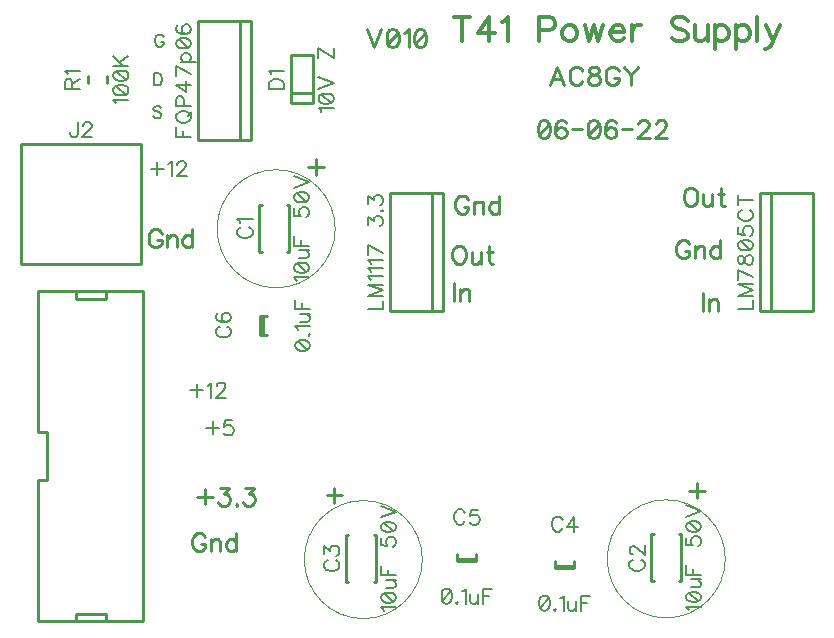
<source format=gbr>
G04 DipTrace 3.3.1.1*
G04 TopSilk.gbr*
%MOIN*%
G04 #@! TF.FileFunction,Legend,Top*
G04 #@! TF.Part,Single*
%ADD10C,0.009843*%
%ADD15C,0.001312*%
%ADD55C,0.00772*%
%ADD56C,0.009264*%
%ADD57C,0.012351*%
%ADD58C,0.006176*%
%FSLAX26Y26*%
G04*
G70*
G90*
G75*
G01*
G04 TopSilk*
%LPD*%
X1296035Y1926546D2*
D10*
X1288949D1*
X1204697D2*
X1197610D1*
X1204697Y2083932D2*
X1197610D1*
X1296035D2*
X1288949D1*
X1197610Y1926546D2*
Y2083932D1*
X1296035Y1926546D2*
Y2083932D1*
X2602765Y829042D2*
X2595678D1*
X2511427D2*
X2504340D1*
X2511427Y986428D2*
X2504340D1*
X2602765D2*
X2595678D1*
X2504340Y829042D2*
Y986428D1*
X2602765Y829042D2*
Y986428D1*
X1585125Y827076D2*
X1578038D1*
X1493786D2*
X1486699D1*
X1493786Y984462D2*
X1486699D1*
X1585125D2*
X1578038D1*
X1486699Y827076D2*
Y984462D1*
X1585125Y827076D2*
Y984462D1*
X2247340Y880982D2*
X2184411D1*
X2247340Y873533D2*
X2184411D1*
X2247340D2*
Y897092D1*
X2184411Y873533D2*
Y897092D1*
X1920730Y904554D2*
X1857801D1*
X1920730Y897105D2*
X1857801D1*
X1920730D2*
Y920664D1*
X1857801Y897105D2*
Y920664D1*
X1208142Y1651857D2*
Y1714786D1*
X1200693Y1651857D2*
Y1714786D1*
Y1651857D2*
X1224252D1*
X1200693Y1714786D2*
X1224252D1*
X1377078Y2423146D2*
X1304566Y2422844D1*
X1301344Y2423681D2*
Y2581165D1*
X1375867Y2457648D2*
X1302593D1*
X1377260Y2584043D2*
X1303736Y2583843D1*
X1377512Y2425354D2*
X1377260Y2584043D1*
X689543Y2489676D2*
Y2513235D1*
X626614Y2489676D2*
Y2513235D1*
X1809146Y2122622D2*
X1631980D1*
Y1728921D1*
X1809146D1*
Y2122622D1*
X1773713D2*
Y1728921D1*
X2866454Y1729589D2*
X3043619D1*
Y2123290D1*
X2866454D1*
Y1729589D1*
X2901887D2*
Y2123290D1*
X1169606Y2695591D2*
X992441D1*
Y2301890D1*
X1169606D1*
Y2695591D1*
X1134173D2*
Y2301890D1*
X403990Y1886190D2*
X803990D1*
Y2286190D1*
X403990D1*
Y1886190D1*
X585870Y1770635D2*
Y1795936D1*
X685970Y1770635D2*
X585870D1*
X685970D2*
Y1795936D1*
X585870Y695936D2*
Y721236D1*
X685970D2*
X585870D1*
X685970Y695936D2*
Y721236D1*
X810920Y695936D2*
X460920D1*
X810920Y1795936D2*
X460920D1*
X810920Y695936D2*
Y1795936D1*
X491020Y1326236D2*
X460920D1*
X491020Y1165635D2*
Y1326236D1*
Y1165635D2*
X460920D1*
Y695936D2*
Y1165635D1*
Y1326236D2*
Y1795936D1*
X1346933Y901776D2*
D15*
G02X1346933Y901776I196850J0D01*
G01*
X2356702Y904184D2*
G02X2356702Y904184I196850J0D01*
G01*
X1056409Y2004453D2*
G02X1056409Y2004453I196850J0D01*
G01*
X1136325Y2009458D2*
D55*
X1131572Y2007081D1*
X1126764Y2002273D1*
X1124387Y1997519D1*
Y1987958D1*
X1126764Y1983149D1*
X1131572Y1978396D1*
X1136325Y1975964D1*
X1143510Y1973588D1*
X1155504D1*
X1162634Y1975964D1*
X1167442Y1978396D1*
X1172195Y1983149D1*
X1174627Y1987958D1*
Y1997519D1*
X1172195Y2002272D1*
X1167442Y2007081D1*
X1162634Y2009457D1*
X1134004Y2024897D2*
X1131572Y2029705D1*
X1124442Y2036890D1*
X1174627D1*
X1322611Y1830548D2*
X1320179Y1835357D1*
X1313049Y1842542D1*
X1363234D1*
X1313049Y1872351D2*
X1315426Y1865166D1*
X1322611Y1860358D1*
X1334549Y1857981D1*
X1341734D1*
X1353673Y1860357D1*
X1360858Y1865166D1*
X1363234Y1872351D1*
Y1877104D1*
X1360858Y1884289D1*
X1353673Y1889042D1*
X1341734Y1891474D1*
X1334549D1*
X1322611Y1889042D1*
X1315426Y1884289D1*
X1313049Y1877104D1*
Y1872351D1*
X1322611Y1889042D2*
X1353673Y1860357D1*
X1329741Y1906913D2*
X1353673D1*
X1360802Y1909290D1*
X1363234Y1914098D1*
Y1921283D1*
X1360802Y1926037D1*
X1353673Y1933222D1*
X1329741D2*
X1363234D1*
X1312994Y1979778D2*
Y1948661D1*
X1363234D1*
X1336926D2*
Y1967784D1*
X1313049Y2072503D2*
Y2048626D1*
X1334549Y2046250D1*
X1332173Y2048626D1*
X1329741Y2055811D1*
Y2062941D1*
X1332173Y2070126D1*
X1336926Y2074935D1*
X1344111Y2077311D1*
X1348864D1*
X1356049Y2074935D1*
X1360858Y2070126D1*
X1363234Y2062941D1*
Y2055811D1*
X1360858Y2048626D1*
X1358426Y2046250D1*
X1353673Y2043818D1*
X1313049Y2107121D2*
X1315426Y2099936D1*
X1322611Y2095127D1*
X1334549Y2092751D1*
X1341734D1*
X1353673Y2095127D1*
X1360858Y2099936D1*
X1363234Y2107121D1*
Y2111874D1*
X1360858Y2119059D1*
X1353673Y2123812D1*
X1341734Y2126244D1*
X1334549D1*
X1322611Y2123812D1*
X1315426Y2119059D1*
X1313049Y2111874D1*
Y2107121D1*
X1322611Y2123812D2*
X1353673Y2095127D1*
X1312994Y2141683D2*
X1363234Y2160806D1*
X1312994Y2179930D1*
X2443055Y901204D2*
X2438302Y898827D1*
X2433493Y894019D1*
X2431117Y889265D1*
Y879704D1*
X2433493Y874895D1*
X2438302Y870142D1*
X2443055Y867710D1*
X2450240Y865334D1*
X2462234D1*
X2469363Y867710D1*
X2474172Y870142D1*
X2478925Y874895D1*
X2481357Y879704D1*
Y889265D1*
X2478925Y894019D1*
X2474172Y898827D1*
X2469363Y901204D1*
X2443110Y919075D2*
X2440734D1*
X2435925Y921451D1*
X2433549Y923828D1*
X2431172Y928636D1*
Y938198D1*
X2433549Y942951D1*
X2435925Y945328D1*
X2440734Y947760D1*
X2445487D1*
X2450295Y945328D1*
X2457425Y940575D1*
X2481357Y916643D1*
Y950136D1*
X2629341Y733044D2*
X2626909Y737853D1*
X2619779Y745038D1*
X2669964D1*
X2619779Y774847D2*
X2622156Y767662D1*
X2629341Y762854D1*
X2641279Y760477D1*
X2648464D1*
X2660402Y762854D1*
X2667587Y767662D1*
X2669964Y774847D1*
Y779600D1*
X2667587Y786785D1*
X2660402Y791538D1*
X2648464Y793970D1*
X2641279D1*
X2629341Y791538D1*
X2622156Y786785D1*
X2619779Y779600D1*
Y774847D1*
X2629341Y791538D2*
X2660402Y762854D1*
X2636471Y809410D2*
X2660402Y809409D1*
X2667532Y811786D1*
X2669964Y816595D1*
Y823780D1*
X2667532Y828533D1*
X2660402Y835718D1*
X2636471D2*
X2669964D1*
X2619724Y882274D2*
Y851157D1*
X2669964D1*
X2643656D2*
Y870280D1*
X2619779Y974999D2*
Y951122D1*
X2641279Y948746D1*
X2638902Y951122D1*
X2636470Y958307D1*
Y965437D1*
X2638902Y972622D1*
X2643656Y977431D1*
X2650841Y979807D1*
X2655594D1*
X2662779Y977431D1*
X2667587Y972622D1*
X2669964Y965437D1*
Y958307D1*
X2667587Y951122D1*
X2665155Y948746D1*
X2660402Y946314D1*
X2619779Y1009617D2*
X2622156Y1002432D1*
X2629341Y997623D1*
X2641279Y995247D1*
X2648464D1*
X2660402Y997623D1*
X2667587Y1002432D1*
X2669964Y1009617D1*
Y1014370D1*
X2667587Y1021555D1*
X2660402Y1026308D1*
X2648464Y1028740D1*
X2641279D1*
X2629341Y1026308D1*
X2622156Y1021555D1*
X2619779Y1014370D1*
Y1009617D1*
X2629341Y1026308D2*
X2660402Y997623D1*
X2619724Y1044179D2*
X2669964Y1063302D1*
X2619724Y1082426D1*
X1425415Y899238D2*
X1420661Y896861D1*
X1415853Y892053D1*
X1413476Y887300D1*
Y877738D1*
X1415853Y872930D1*
X1420661Y868176D1*
X1425415Y865744D1*
X1432600Y863368D1*
X1444593D1*
X1451723Y865744D1*
X1456531Y868176D1*
X1461285Y872930D1*
X1463716Y877738D1*
Y887300D1*
X1461285Y892053D1*
X1456531Y896861D1*
X1451723Y899238D1*
X1413532Y919485D2*
Y945738D1*
X1432655Y931424D1*
Y938609D1*
X1435032Y943362D1*
X1437408Y945738D1*
X1444593Y948170D1*
X1449346D1*
X1456531Y945738D1*
X1461340Y940985D1*
X1463716Y933800D1*
Y926615D1*
X1461340Y919485D1*
X1458908Y917109D1*
X1454155Y914677D1*
X1611700Y731078D2*
X1609268Y735887D1*
X1602139Y743072D1*
X1652323D1*
X1602139Y772881D2*
X1604515Y765696D1*
X1611700Y760888D1*
X1623639Y758511D1*
X1630824D1*
X1642762Y760888D1*
X1649947Y765696D1*
X1652323Y772881D1*
Y777634D1*
X1649947Y784819D1*
X1642762Y789573D1*
X1630824Y792004D1*
X1623639D1*
X1611700Y789573D1*
X1604515Y784819D1*
X1602139Y777634D1*
Y772881D1*
X1611700Y789573D2*
X1642762Y760888D1*
X1618830Y807444D2*
X1642762D1*
X1649892Y809820D1*
X1652323Y814629D1*
Y821814D1*
X1649892Y826567D1*
X1642762Y833752D1*
X1618830D2*
X1652323D1*
X1602083Y880308D2*
Y849191D1*
X1652323D1*
X1626015D2*
Y868314D1*
X1602139Y973033D2*
Y949157D1*
X1623639Y946780D1*
X1621262Y949157D1*
X1618830Y956342D1*
Y963471D1*
X1621262Y970656D1*
X1626015Y975465D1*
X1633200Y977841D1*
X1637953D1*
X1645138Y975465D1*
X1649947Y970656D1*
X1652323Y963471D1*
Y956342D1*
X1649947Y949157D1*
X1647515Y946780D1*
X1642762Y944348D1*
X1602139Y1007651D2*
X1604515Y1000466D1*
X1611700Y995657D1*
X1623639Y993281D1*
X1630824D1*
X1642762Y995657D1*
X1649947Y1000466D1*
X1652323Y1007651D1*
Y1012404D1*
X1649947Y1019589D1*
X1642762Y1024342D1*
X1630824Y1026774D1*
X1623639D1*
X1611700Y1024342D1*
X1604515Y1019589D1*
X1602139Y1012404D1*
Y1007651D1*
X1611700Y1024342D2*
X1642762Y995657D1*
X1602083Y1042213D2*
X1652323Y1061337D1*
X1602083Y1080460D1*
X2208156Y1033211D2*
X2205779Y1037965D1*
X2200971Y1042773D1*
X2196217Y1045150D1*
X2186656D1*
X2181847Y1042773D1*
X2177094Y1037965D1*
X2174662Y1033211D1*
X2172286Y1026026D1*
Y1014033D1*
X2174662Y1006903D1*
X2177094Y1002095D1*
X2181847Y997341D1*
X2186656Y994910D1*
X2196217D1*
X2200971Y997341D1*
X2205779Y1002095D1*
X2208156Y1006903D1*
X2247527Y994910D2*
Y1045094D1*
X2223595Y1011656D1*
X2259465D1*
X2145507Y781684D2*
X2138322Y779308D1*
X2133513Y772123D1*
X2131137Y760184D1*
Y752999D1*
X2133513Y741061D1*
X2138322Y733876D1*
X2145507Y731499D1*
X2150260D1*
X2157445Y733876D1*
X2162198Y741061D1*
X2164630Y752999D1*
Y760184D1*
X2162198Y772123D1*
X2157445Y779308D1*
X2150260Y781684D1*
X2145507D1*
X2162198Y772123D2*
X2133513Y741061D1*
X2182446Y736308D2*
X2180069Y733876D1*
X2182446Y731499D1*
X2184878Y733876D1*
X2182446Y736308D1*
X2200317Y772123D2*
X2205125Y774554D1*
X2212310Y781684D1*
Y731499D1*
X2227750Y764993D2*
Y741061D1*
X2230126Y733931D1*
X2234935Y731499D1*
X2242120D1*
X2246873Y733931D1*
X2254058Y741061D1*
Y764993D2*
Y731499D1*
X2300614Y781739D2*
X2269497D1*
Y731499D1*
Y757808D2*
X2288620D1*
X1882734Y1056784D2*
X1880357Y1061537D1*
X1875549Y1066345D1*
X1870796Y1068722D1*
X1861234D1*
X1856425Y1066345D1*
X1851672Y1061537D1*
X1849240Y1056784D1*
X1846864Y1049599D1*
Y1037605D1*
X1849240Y1030475D1*
X1851672Y1025667D1*
X1856425Y1020914D1*
X1861234Y1018482D1*
X1870796D1*
X1875549Y1020914D1*
X1880357Y1025667D1*
X1882734Y1030475D1*
X1926858Y1068666D2*
X1902981D1*
X1900605Y1047167D1*
X1902981Y1049543D1*
X1910166Y1051975D1*
X1917296D1*
X1924481Y1049543D1*
X1929290Y1044790D1*
X1931666Y1037605D1*
Y1032852D1*
X1929290Y1025667D1*
X1924481Y1020858D1*
X1917296Y1018482D1*
X1910166D1*
X1902981Y1020858D1*
X1900605Y1023290D1*
X1898173Y1028043D1*
X1818897Y805256D2*
X1811711Y802880D1*
X1806903Y795695D1*
X1804526Y783757D1*
Y776571D1*
X1806903Y764633D1*
X1811711Y757448D1*
X1818897Y755072D1*
X1823650D1*
X1830835Y757448D1*
X1835588Y764633D1*
X1838020Y776571D1*
Y783757D1*
X1835588Y795695D1*
X1830835Y802880D1*
X1823650Y805256D1*
X1818897D1*
X1835588Y795695D2*
X1806903Y764633D1*
X1855836Y759880D2*
X1853459Y757448D1*
X1855836Y755072D1*
X1858267Y757448D1*
X1855836Y759880D1*
X1873707Y795695D2*
X1878515Y798127D1*
X1885700Y805256D1*
Y755072D1*
X1901139Y788565D2*
Y764633D1*
X1903516Y757504D1*
X1908324Y755072D1*
X1915510D1*
X1920263Y757504D1*
X1927448Y764633D1*
Y788565D2*
Y755072D1*
X1974004Y805312D2*
X1942887D1*
Y755072D1*
Y781380D2*
X1962010D1*
X1064573Y1678006D2*
X1059820Y1675630D1*
X1055012Y1670821D1*
X1052635Y1666068D1*
Y1656506D1*
X1055012Y1651698D1*
X1059820Y1646945D1*
X1064573Y1644513D1*
X1071758Y1642136D1*
X1083752D1*
X1090882Y1644513D1*
X1095690Y1646945D1*
X1100443Y1651698D1*
X1102875Y1656506D1*
Y1666068D1*
X1100443Y1670821D1*
X1095690Y1675630D1*
X1090882Y1678006D1*
X1059820Y1722130D2*
X1055067Y1719754D1*
X1052691Y1712569D1*
Y1707816D1*
X1055067Y1700630D1*
X1062252Y1695822D1*
X1074190Y1693445D1*
X1086129D1*
X1095690Y1695822D1*
X1100499Y1700630D1*
X1102875Y1707815D1*
Y1710192D1*
X1100499Y1717322D1*
X1095690Y1722130D1*
X1088505Y1724507D1*
X1086129D1*
X1078944Y1722130D1*
X1074190Y1717322D1*
X1071814Y1710192D1*
Y1707815D1*
X1074190Y1700630D1*
X1078944Y1695822D1*
X1086129Y1693445D1*
X1316101Y1612953D2*
X1318477Y1605768D1*
X1325662Y1600960D1*
X1337600Y1598583D1*
X1344785D1*
X1356724Y1600960D1*
X1363909Y1605768D1*
X1366285Y1612953D1*
Y1617706D1*
X1363909Y1624891D1*
X1356724Y1629644D1*
X1344786Y1632076D1*
X1337600D1*
X1325662Y1629644D1*
X1318477Y1624891D1*
X1316101Y1617706D1*
Y1612953D1*
X1325662Y1629644D2*
X1356724Y1600960D1*
X1361477Y1649892D2*
X1363909Y1647515D1*
X1366285Y1649892D1*
X1363909Y1652324D1*
X1361477Y1649892D1*
X1325662Y1667763D2*
X1323230Y1672572D1*
X1316101Y1679757D1*
X1366285D1*
X1332792Y1695196D2*
X1356724D1*
X1363853Y1697572D1*
X1366285Y1702381D1*
Y1709566D1*
X1363853Y1714319D1*
X1356724Y1721504D1*
X1332792D2*
X1366285D1*
X1316045Y1768060D2*
Y1736943D1*
X1366285D1*
X1339977D2*
Y1756067D1*
X1228121Y2469852D2*
X1278361D1*
Y2486599D1*
X1275929Y2493784D1*
X1271176Y2498592D1*
X1266367Y2500969D1*
X1259238Y2503345D1*
X1247244D1*
X1240059Y2500969D1*
X1235306Y2498592D1*
X1230497Y2493784D1*
X1228121Y2486599D1*
Y2469852D1*
X1237738Y2518785D2*
X1235306Y2523593D1*
X1228176Y2530778D1*
X1278361D1*
X1404087Y2394242D2*
X1401656Y2399051D1*
X1394526Y2406236D1*
X1444711D1*
X1394526Y2436045D2*
X1396902Y2428860D1*
X1404087Y2424052D1*
X1416026Y2421675D1*
X1423211D1*
X1435149Y2424052D1*
X1442334Y2428860D1*
X1444711Y2436045D1*
Y2440798D1*
X1442334Y2447983D1*
X1435149Y2452737D1*
X1423211Y2455168D1*
X1416026D1*
X1404087Y2452737D1*
X1396902Y2447983D1*
X1394526Y2440798D1*
Y2436045D1*
X1404087Y2452737D2*
X1435149Y2424052D1*
X1394471Y2470608D2*
X1444711Y2489731D1*
X1394471Y2508854D1*
Y2572894D2*
Y2606388D1*
X1444711Y2572894D1*
Y2606388D1*
X573354Y2470992D2*
Y2492492D1*
X570922Y2499677D1*
X568546Y2502109D1*
X563793Y2504486D1*
X558984D1*
X554231Y2502109D1*
X551799Y2499677D1*
X549423Y2492492D1*
Y2470992D1*
X599663D1*
X573354Y2487739D2*
X599663Y2504486D1*
X559040Y2519925D2*
X556608Y2524733D1*
X549478Y2531918D1*
X599663D1*
X720087Y2422060D2*
X717656Y2426868D1*
X710526Y2434053D1*
X760711D1*
X710526Y2463863D2*
X712902Y2456678D1*
X720087Y2451869D1*
X732026Y2449493D1*
X739211D1*
X751149Y2451869D1*
X758334Y2456678D1*
X760711Y2463863D1*
Y2468616D1*
X758334Y2475801D1*
X751149Y2480554D1*
X739211Y2482986D1*
X732026D1*
X720087Y2480554D1*
X712902Y2475801D1*
X710526Y2468616D1*
Y2463863D1*
X720087Y2480554D2*
X751149Y2451869D1*
X710526Y2512795D2*
X712902Y2505610D1*
X720087Y2500802D1*
X732026Y2498425D1*
X739211D1*
X751149Y2500802D1*
X758334Y2505610D1*
X760711Y2512795D1*
Y2517548D1*
X758334Y2524733D1*
X751149Y2529487D1*
X739211Y2531918D1*
X732026D1*
X720087Y2529487D1*
X712902Y2524733D1*
X710526Y2517548D1*
Y2512795D1*
X720087Y2529487D2*
X751149Y2500802D1*
X710471Y2547358D2*
X760711D1*
X710471Y2580851D2*
X743964Y2547358D1*
X731970Y2559296D2*
X760711Y2580851D1*
X1558757Y1735614D2*
X1608997D1*
Y1764299D1*
Y1817985D2*
X1558757D1*
X1608997Y1798861D1*
X1558757Y1779738D1*
X1608997D1*
X1568374Y1833424D2*
X1565942Y1838232D1*
X1558813Y1845417D1*
X1608997D1*
X1568374Y1860857D2*
X1565942Y1865665D1*
X1558813Y1872850D1*
X1608997D1*
X1568374Y1888289D2*
X1565942Y1893098D1*
X1558813Y1900283D1*
X1608997D1*
Y1925284D2*
X1558813Y1949215D1*
Y1915722D1*
Y2018064D2*
Y2044317D1*
X1577936Y2030002D1*
Y2037187D1*
X1580312Y2041941D1*
X1582689Y2044317D1*
X1589874Y2046749D1*
X1594627D1*
X1601812Y2044317D1*
X1606621Y2039564D1*
X1608997Y2032379D1*
Y2025194D1*
X1606621Y2018064D1*
X1604189Y2015688D1*
X1599436Y2013256D1*
X1604189Y2064565D2*
X1606621Y2062188D1*
X1608997Y2064565D1*
X1606621Y2066997D1*
X1604189Y2064565D1*
X1558813Y2087244D2*
Y2113497D1*
X1577936Y2099183D1*
Y2106368D1*
X1580312Y2111121D1*
X1582689Y2113497D1*
X1589874Y2115929D1*
X1594627D1*
X1601812Y2113497D1*
X1606621Y2108744D1*
X1608997Y2101559D1*
Y2094374D1*
X1606621Y2087244D1*
X1604189Y2084868D1*
X1599436Y2082436D1*
X2793231Y1737296D2*
X2843471D1*
Y1765981D1*
Y1819667D2*
X2793231D1*
X2843471Y1800543D1*
X2793231Y1781420D1*
X2843471D1*
Y1844667D2*
X2793286Y1868599D1*
Y1835106D1*
Y1895977D2*
X2795663Y1888847D1*
X2800416Y1886415D1*
X2805225D1*
X2809978Y1888847D1*
X2812410Y1893600D1*
X2814786Y1903162D1*
X2817163Y1910347D1*
X2821971Y1915100D1*
X2826724Y1917476D1*
X2833909D1*
X2838663Y1915100D1*
X2841094Y1912723D1*
X2843471Y1905538D1*
Y1895977D1*
X2841094Y1888847D1*
X2838663Y1886415D1*
X2833909Y1884038D1*
X2826724D1*
X2821971Y1886415D1*
X2817163Y1891223D1*
X2814786Y1898353D1*
X2812410Y1907915D1*
X2809978Y1912723D1*
X2805225Y1915100D1*
X2800416D1*
X2795663Y1912723D1*
X2793286Y1905538D1*
Y1895977D1*
Y1947286D2*
X2795663Y1940101D1*
X2802848Y1935292D1*
X2814786Y1932916D1*
X2821971D1*
X2833909Y1935292D1*
X2841094Y1940101D1*
X2843471Y1947286D1*
Y1952039D1*
X2841094Y1959224D1*
X2833909Y1963977D1*
X2821971Y1966409D1*
X2814786D1*
X2802848Y1963977D1*
X2795663Y1959224D1*
X2793286Y1952039D1*
Y1947286D1*
X2802848Y1963977D2*
X2833909Y1935292D1*
X2793286Y2010533D2*
Y1986657D1*
X2814786Y1984280D1*
X2812410Y1986657D1*
X2809978Y1993842D1*
Y2000972D1*
X2812410Y2008157D1*
X2817163Y2012965D1*
X2824348Y2015342D1*
X2829101D1*
X2836286Y2012965D1*
X2841094Y2008157D1*
X2843471Y2000972D1*
Y1993842D1*
X2841094Y1986657D1*
X2838663Y1984280D1*
X2833909Y1981848D1*
X2805169Y2066651D2*
X2800416Y2064274D1*
X2795608Y2059466D1*
X2793231Y2054713D1*
Y2045151D1*
X2795608Y2040342D1*
X2800416Y2035589D1*
X2805169Y2033157D1*
X2812354Y2030781D1*
X2824348D1*
X2831478Y2033157D1*
X2836286Y2035589D1*
X2841039Y2040342D1*
X2843471Y2045151D1*
Y2054713D1*
X2841039Y2059466D1*
X2836286Y2064274D1*
X2831478Y2066651D1*
X2793231Y2098837D2*
X2843471D1*
X2793231Y2082090D2*
Y2115583D1*
X919218Y2343035D2*
Y2311918D1*
X969458D1*
X943150D2*
Y2331041D1*
X919218Y2372844D2*
X921539Y2368091D1*
X926348Y2363282D1*
X931156Y2360906D1*
X938341Y2358474D1*
X950279D1*
X957464Y2360906D1*
X962218Y2363282D1*
X967026Y2368091D1*
X969403Y2372844D1*
Y2382405D1*
X967026Y2387214D1*
X962218Y2391967D1*
X957464Y2394344D1*
X950279Y2396776D1*
X938341D1*
X931156Y2394344D1*
X926348Y2391967D1*
X921539Y2387214D1*
X919218Y2382406D1*
Y2372844D1*
X959841Y2380029D2*
X974211Y2394344D1*
X945526Y2412215D2*
Y2433770D1*
X943150Y2440900D1*
X940718Y2443332D1*
X935965Y2445708D1*
X928780D1*
X924026Y2443332D1*
X921595Y2440900D1*
X919218Y2433770D1*
Y2412215D1*
X969458D1*
Y2485079D2*
X919273D1*
X952711Y2461147D1*
Y2497017D1*
X969458Y2522018D2*
X919273Y2545950D1*
Y2512457D1*
X935965Y2561389D2*
X986205D1*
X943150D2*
X938396Y2566198D1*
X935965Y2570951D1*
Y2578136D1*
X938396Y2582944D1*
X943150Y2587697D1*
X950335Y2590129D1*
X955143D1*
X962273Y2587697D1*
X967081Y2582944D1*
X969458Y2578136D1*
Y2570951D1*
X967081Y2566198D1*
X962273Y2561389D1*
X919273Y2619939D2*
X921650Y2612754D1*
X928835Y2607945D1*
X940773Y2605569D1*
X947958D1*
X959896Y2607945D1*
X967081Y2612754D1*
X969458Y2619939D1*
Y2624692D1*
X967081Y2631877D1*
X959896Y2636630D1*
X947958Y2639062D1*
X940773D1*
X928835Y2636630D1*
X921650Y2631877D1*
X919273Y2624692D1*
Y2619939D1*
X928835Y2636630D2*
X959896Y2607945D1*
X926403Y2683186D2*
X921650Y2680809D1*
X919273Y2673624D1*
Y2668871D1*
X921650Y2661686D1*
X928835Y2656878D1*
X940773Y2654501D1*
X952711D1*
X962273Y2656878D1*
X967081Y2661686D1*
X969458Y2668871D1*
Y2671248D1*
X967081Y2678378D1*
X962273Y2683186D1*
X955088Y2685563D1*
X952711D1*
X945526Y2683186D1*
X940773Y2678378D1*
X938396Y2671248D1*
Y2668871D1*
X940773Y2661686D1*
X945526Y2656878D1*
X952711Y2654501D1*
X591489Y2359413D2*
Y2321167D1*
X589112Y2313982D1*
X586681Y2311605D1*
X581927Y2309173D1*
X577119D1*
X572366Y2311605D1*
X569989Y2313982D1*
X567557Y2321167D1*
Y2325920D1*
X609360Y2347420D2*
Y2349796D1*
X611737Y2354605D1*
X614113Y2356982D1*
X618922Y2359358D1*
X628483D1*
X633237Y2356982D1*
X635613Y2354605D1*
X638045Y2349796D1*
Y2345043D1*
X635613Y2340235D1*
X630860Y2333105D1*
X606928Y2309173D1*
X640422D1*
X2676459Y1789118D2*
D56*
Y1728830D1*
X2694986Y1769022D2*
Y1728830D1*
Y1757548D2*
X2703608Y1766170D1*
X2709378Y1769022D1*
X2717934D1*
X2723704Y1766170D1*
X2726556Y1757548D1*
Y1728830D1*
X2628935Y2140846D2*
X2623165Y2137995D1*
X2617461Y2132224D1*
X2614543Y2126521D1*
X2611691Y2117899D1*
Y2103506D1*
X2614543Y2094951D1*
X2617461Y2089180D1*
X2623165Y2083477D1*
X2628935Y2080558D1*
X2640409D1*
X2646113Y2083477D1*
X2651883Y2089180D1*
X2654735Y2094951D1*
X2657587Y2103506D1*
Y2117899D1*
X2654735Y2126521D1*
X2651883Y2132224D1*
X2646113Y2137995D1*
X2640409Y2140846D1*
X2628935D1*
X2676114Y2120750D2*
Y2092032D1*
X2678966Y2083477D1*
X2684736Y2080558D1*
X2693358D1*
X2699062Y2083477D1*
X2707684Y2092032D1*
Y2120750D2*
Y2080558D1*
X2734833Y2140846D2*
Y2092032D1*
X2737685Y2083477D1*
X2743455Y2080558D1*
X2749159D1*
X2726211Y2120750D2*
X2746307D1*
X2630848Y1952387D2*
X2627996Y1958091D1*
X2622226Y1963861D1*
X2616522Y1966713D1*
X2605048D1*
X2599278Y1963861D1*
X2593574Y1958091D1*
X2590656Y1952387D1*
X2587804Y1943765D1*
Y1929372D1*
X2590656Y1920817D1*
X2593574Y1915047D1*
X2599278Y1909343D1*
X2605048Y1906425D1*
X2616522D1*
X2622226Y1909343D1*
X2627996Y1915047D1*
X2630848Y1920817D1*
Y1929372D1*
X2616522D1*
X2649375Y1946617D2*
Y1906425D1*
Y1935143D2*
X2657997Y1943765D1*
X2663767Y1946617D1*
X2672323D1*
X2678093Y1943765D1*
X2680945Y1935143D1*
Y1906425D1*
X2733894Y1966713D2*
Y1906425D1*
Y1937995D2*
X2728190Y1943765D1*
X2722420Y1946617D1*
X2713798D1*
X2708094Y1943765D1*
X2702324Y1937995D1*
X2699472Y1929372D1*
Y1923669D1*
X2702324Y1915047D1*
X2708094Y1909343D1*
X2713798Y1906425D1*
X2722420D1*
X2728190Y1909343D1*
X2733894Y1915047D1*
X1847356Y1823522D2*
Y1763234D1*
X1865883Y1803426D2*
Y1763234D1*
Y1791952D2*
X1874505Y1800574D1*
X1880275Y1803426D1*
X1888831D1*
X1894601Y1800574D1*
X1897453Y1791952D1*
Y1763234D1*
X1857532Y1948207D2*
X1851762Y1945355D1*
X1846058Y1939585D1*
X1843140Y1933881D1*
X1840288Y1925259D1*
Y1910867D1*
X1843140Y1902311D1*
X1846058Y1896541D1*
X1851762Y1890838D1*
X1857532Y1887919D1*
X1869006D1*
X1874710Y1890838D1*
X1880480Y1896541D1*
X1883332Y1902311D1*
X1886184Y1910867D1*
Y1925259D1*
X1883332Y1933881D1*
X1880480Y1939585D1*
X1874710Y1945355D1*
X1869006Y1948207D1*
X1857532D1*
X1904711Y1928111D2*
Y1899393D1*
X1907563Y1890838D1*
X1913333Y1887919D1*
X1921955D1*
X1927659Y1890838D1*
X1936281Y1899393D1*
Y1928111D2*
Y1887919D1*
X1963430Y1948207D2*
Y1899393D1*
X1966282Y1890838D1*
X1972052Y1887919D1*
X1977756D1*
X1954808Y1928111D2*
X1974904D1*
X1893953Y2100683D2*
X1891101Y2106387D1*
X1885331Y2112157D1*
X1879627Y2115009D1*
X1868153D1*
X1862383Y2112157D1*
X1856679Y2106387D1*
X1853761Y2100683D1*
X1850909Y2092061D1*
Y2077669D1*
X1853761Y2069113D1*
X1856679Y2063343D1*
X1862383Y2057639D1*
X1868153Y2054721D1*
X1879627D1*
X1885331Y2057639D1*
X1891101Y2063343D1*
X1893953Y2069113D1*
Y2077669D1*
X1879627D1*
X1912480Y2094913D2*
Y2054721D1*
Y2083439D2*
X1921102Y2092061D1*
X1926872Y2094913D1*
X1935428D1*
X1941198Y2092061D1*
X1944050Y2083439D1*
Y2054721D1*
X1996999Y2115009D2*
Y2054721D1*
Y2086291D2*
X1991295Y2092061D1*
X1985525Y2094913D1*
X1976903D1*
X1971199Y2092061D1*
X1965429Y2086291D1*
X1962577Y2077669D1*
Y2071965D1*
X1965429Y2063343D1*
X1971199Y2057639D1*
X1976903Y2054721D1*
X1985525D1*
X1991295Y2057639D1*
X1996999Y2063343D1*
X1385642Y2235862D2*
Y2184196D1*
X1359842Y2209996D2*
X1411508D1*
X1447060Y1141858D2*
Y1090192D1*
X1421260Y1115992D2*
X1472926D1*
X1873485Y2709535D2*
D57*
Y2629151D1*
X1846690Y2709535D2*
X1900279D1*
X1963273Y2629151D2*
Y2709447D1*
X1924982Y2655946D1*
X1982374D1*
X2007077Y2694148D2*
X2014770Y2698039D1*
X2026267Y2709447D1*
Y2629151D1*
X2128731Y2667442D2*
X2163219D1*
X2174627Y2671245D1*
X2178518Y2675136D1*
X2182320Y2682741D1*
Y2694237D1*
X2178518Y2701842D1*
X2174627Y2705733D1*
X2163219Y2709535D1*
X2128731D1*
Y2629151D1*
X2226124Y2682741D2*
X2218519Y2678938D1*
X2210826Y2671245D1*
X2207023Y2659749D1*
Y2652144D1*
X2210826Y2640647D1*
X2218519Y2633042D1*
X2226124Y2629151D1*
X2237620D1*
X2245314Y2633042D1*
X2252919Y2640647D1*
X2256810Y2652144D1*
Y2659749D1*
X2252919Y2671245D1*
X2245314Y2678938D1*
X2237620Y2682741D1*
X2226124D1*
X2281513D2*
X2296811Y2629151D1*
X2312110Y2682741D1*
X2327408Y2629151D1*
X2342707Y2682741D1*
X2367410Y2659749D2*
X2413306D1*
Y2667442D1*
X2409503Y2675136D1*
X2405701Y2678938D1*
X2398007Y2682741D1*
X2386511D1*
X2378906Y2678938D1*
X2371212Y2671245D1*
X2367410Y2659749D1*
Y2652144D1*
X2371212Y2640647D1*
X2378906Y2633042D1*
X2386511Y2629151D1*
X2398007D1*
X2405701Y2633042D1*
X2413306Y2640647D1*
X2438008Y2682741D2*
Y2629151D1*
Y2659749D2*
X2441899Y2671245D1*
X2449504Y2678938D1*
X2457198Y2682741D1*
X2468694D1*
X2624748Y2698039D2*
X2617143Y2705733D1*
X2605647Y2709535D1*
X2590348D1*
X2578852Y2705733D1*
X2571158Y2698039D1*
Y2690434D1*
X2575049Y2682741D1*
X2578852Y2678938D1*
X2586457Y2675136D1*
X2609449Y2667442D1*
X2617143Y2663640D1*
X2620945Y2659749D1*
X2624748Y2652144D1*
Y2640647D1*
X2617143Y2633042D1*
X2605647Y2629151D1*
X2590348D1*
X2578852Y2633042D1*
X2571158Y2640647D1*
X2649451Y2682741D2*
Y2644450D1*
X2653253Y2633042D1*
X2660947Y2629151D1*
X2672443D1*
X2680048Y2633042D1*
X2691544Y2644450D1*
Y2682741D2*
Y2629151D1*
X2716247Y2682741D2*
Y2602357D1*
Y2671245D2*
X2723940Y2678850D1*
X2731545Y2682741D1*
X2743041D1*
X2750735Y2678850D1*
X2758340Y2671245D1*
X2762231Y2659749D1*
Y2652055D1*
X2758340Y2640647D1*
X2750735Y2632954D1*
X2743041Y2629151D1*
X2731545D1*
X2723940Y2632954D1*
X2716247Y2640647D1*
X2786934Y2682741D2*
Y2602357D1*
Y2671245D2*
X2794627Y2678850D1*
X2802232Y2682741D1*
X2813728D1*
X2821422Y2678850D1*
X2829027Y2671245D1*
X2832918Y2659749D1*
Y2652055D1*
X2829027Y2640647D1*
X2821422Y2632954D1*
X2813728Y2629151D1*
X2802232D1*
X2794627Y2632954D1*
X2786934Y2640647D1*
X2857621Y2709535D2*
Y2629151D1*
X2886214Y2682741D2*
X2909118Y2629151D1*
X2901513Y2613853D1*
X2893820Y2606159D1*
X2886214Y2602357D1*
X2882324D1*
X2932110Y2682741D2*
X2909118Y2629151D1*
X1016615Y976040D2*
D56*
X1013763Y981744D1*
X1007993Y987514D1*
X1002289Y990366D1*
X990816D1*
X985045Y987514D1*
X979342Y981744D1*
X976423Y976040D1*
X973571Y967418D1*
Y953026D1*
X976423Y944470D1*
X979342Y938700D1*
X985045Y932996D1*
X990816Y930078D1*
X1002289D1*
X1007993Y932996D1*
X1013763Y938700D1*
X1016615Y944470D1*
Y953026D1*
X1002289D1*
X1035142Y970270D2*
Y930078D1*
Y958796D2*
X1043764Y967418D1*
X1049535Y970270D1*
X1058090D1*
X1063860Y967418D1*
X1066712Y958796D1*
Y930078D1*
X1119661Y990366D2*
Y930078D1*
Y961648D2*
X1113958Y967418D1*
X1108187Y970270D1*
X1099565D1*
X1093862Y967418D1*
X1088091Y961648D1*
X1085239Y953026D1*
Y947322D1*
X1088091Y938700D1*
X1093862Y932996D1*
X1099565Y930078D1*
X1108187D1*
X1113958Y932996D1*
X1119661Y938700D1*
X1015492Y1137682D2*
Y1086016D1*
X989692Y1111816D2*
X1041358D1*
X1065655Y1141960D2*
X1097159D1*
X1079981Y1119012D1*
X1088603D1*
X1094307Y1116160D1*
X1097159Y1113308D1*
X1100077Y1104686D1*
Y1098982D1*
X1097159Y1090360D1*
X1091455Y1084590D1*
X1082833Y1081738D1*
X1074211D1*
X1065655Y1084590D1*
X1062803Y1087508D1*
X1059885Y1093212D1*
X1121456Y1087508D2*
X1118604Y1084590D1*
X1121456Y1081738D1*
X1124374Y1084590D1*
X1121456Y1087508D1*
X1148672Y1141960D2*
X1180175D1*
X1162998Y1119012D1*
X1171620D1*
X1177323Y1116160D1*
X1180175Y1113308D1*
X1183094Y1104686D1*
Y1098982D1*
X1180175Y1090360D1*
X1174471Y1084590D1*
X1165849Y1081738D1*
X1157227D1*
X1148672Y1084590D1*
X1145820Y1087508D1*
X1142902Y1093212D1*
X1041281Y1362165D2*
D55*
Y1319110D1*
X1019781Y1340610D2*
X1062836D1*
X1106960Y1365730D2*
X1083084D1*
X1080707Y1344230D1*
X1083084Y1346607D1*
X1090269Y1349039D1*
X1097399D1*
X1104584Y1346607D1*
X1109392Y1341854D1*
X1111769Y1334669D1*
Y1329915D1*
X1109392Y1322730D1*
X1104584Y1317922D1*
X1097399Y1315545D1*
X1090269D1*
X1083084Y1317922D1*
X1080707Y1320354D1*
X1078275Y1325107D1*
X988121Y1487999D2*
Y1444944D1*
X966621Y1466443D2*
X1009676D1*
X1025115Y1482002D2*
X1029924Y1484434D1*
X1037109Y1491563D1*
Y1441379D1*
X1054980Y1479625D2*
Y1482002D1*
X1057356Y1486810D1*
X1059733Y1489187D1*
X1064541Y1491563D1*
X1074103D1*
X1078856Y1489187D1*
X1081233Y1486810D1*
X1083665Y1482002D1*
Y1477249D1*
X1081233Y1472440D1*
X1076480Y1465310D1*
X1052548Y1441379D1*
X1086041D1*
X1556940Y2669520D2*
D56*
X1579888Y2609232D1*
X1602836Y2669520D1*
X1638607Y2669453D2*
X1629985Y2666601D1*
X1624215Y2657979D1*
X1621363Y2643654D1*
Y2635031D1*
X1624215Y2620706D1*
X1629985Y2612084D1*
X1638607Y2609232D1*
X1644311D1*
X1652933Y2612084D1*
X1658637Y2620706D1*
X1661555Y2635031D1*
Y2643654D1*
X1658637Y2657979D1*
X1652933Y2666601D1*
X1644311Y2669453D1*
X1638607D1*
X1658637Y2657979D2*
X1624215Y2620706D1*
X1680082Y2657979D2*
X1685852Y2660898D1*
X1694474Y2669453D1*
Y2609232D1*
X1730246Y2669453D2*
X1721624Y2666601D1*
X1715853Y2657979D1*
X1713001Y2643654D1*
Y2635031D1*
X1715853Y2620706D1*
X1721624Y2612084D1*
X1730246Y2609232D1*
X1735949D1*
X1744571Y2612084D1*
X1750275Y2620706D1*
X1753193Y2635031D1*
Y2643654D1*
X1750275Y2657979D1*
X1744571Y2666601D1*
X1735949Y2669453D1*
X1730246D1*
X1750275Y2657979D2*
X1715853Y2620706D1*
X2142468Y2366737D2*
X2133846Y2363885D1*
X2128076Y2355263D1*
X2125224Y2340937D1*
Y2332315D1*
X2128076Y2317989D1*
X2133846Y2309367D1*
X2142468Y2306515D1*
X2148172D1*
X2156794Y2309367D1*
X2162497Y2317989D1*
X2165416Y2332315D1*
Y2340937D1*
X2162497Y2355263D1*
X2156794Y2363885D1*
X2148172Y2366737D1*
X2142468D1*
X2162497Y2355263D2*
X2128076Y2317989D1*
X2218365Y2358181D2*
X2215513Y2363885D1*
X2206891Y2366737D1*
X2201187D1*
X2192565Y2363885D1*
X2186795Y2355263D1*
X2183943Y2340937D1*
Y2326611D1*
X2186795Y2315137D1*
X2192565Y2309367D1*
X2201187Y2306515D1*
X2204039D1*
X2212594Y2309367D1*
X2218365Y2315137D1*
X2221217Y2323759D1*
Y2326611D1*
X2218365Y2335233D1*
X2212594Y2340937D1*
X2204039Y2343789D1*
X2201187D1*
X2192565Y2340937D1*
X2186795Y2335233D1*
X2183943Y2326611D1*
X2239744Y2336626D2*
X2272905D1*
X2308677Y2366737D2*
X2300054Y2363885D1*
X2294284Y2355263D1*
X2291432Y2340937D1*
Y2332315D1*
X2294284Y2317989D1*
X2300054Y2309367D1*
X2308677Y2306515D1*
X2314380D1*
X2323002Y2309367D1*
X2328706Y2317989D1*
X2331624Y2332315D1*
Y2340937D1*
X2328706Y2355263D1*
X2323002Y2363885D1*
X2314380Y2366737D1*
X2308677D1*
X2328706Y2355263D2*
X2294284Y2317989D1*
X2384573Y2358181D2*
X2381721Y2363885D1*
X2373099Y2366737D1*
X2367396D1*
X2358774Y2363885D1*
X2353003Y2355263D1*
X2350152Y2340937D1*
Y2326611D1*
X2353003Y2315137D1*
X2358774Y2309367D1*
X2367396Y2306515D1*
X2370248D1*
X2378803Y2309367D1*
X2384573Y2315137D1*
X2387425Y2323759D1*
Y2326611D1*
X2384573Y2335233D1*
X2378803Y2340937D1*
X2370248Y2343789D1*
X2367396D1*
X2358774Y2340937D1*
X2353003Y2335233D1*
X2350152Y2326611D1*
X2405952Y2336626D2*
X2439114D1*
X2460559Y2352411D2*
Y2355263D1*
X2463411Y2361033D1*
X2466263Y2363885D1*
X2472033Y2366737D1*
X2483507D1*
X2489211Y2363885D1*
X2492063Y2361033D1*
X2494981Y2355263D1*
Y2349559D1*
X2492063Y2343789D1*
X2486359Y2335233D1*
X2457641Y2306515D1*
X2497833D1*
X2519279Y2352411D2*
Y2355263D1*
X2522130Y2361033D1*
X2524982Y2363885D1*
X2530752Y2366737D1*
X2542226D1*
X2547930Y2363885D1*
X2550782Y2361033D1*
X2553700Y2355263D1*
Y2349559D1*
X2550782Y2343789D1*
X2545078Y2335233D1*
X2516360Y2306515D1*
X2556552D1*
X2212854Y2483809D2*
X2189840Y2544097D1*
X2166892Y2483809D1*
X2175514Y2503905D2*
X2204232D1*
X2274425Y2529771D2*
X2271573Y2535475D1*
X2265803Y2541245D1*
X2260099Y2544097D1*
X2248625D1*
X2242855Y2541245D1*
X2237151Y2535475D1*
X2234233Y2529771D1*
X2231381Y2521149D1*
Y2506757D1*
X2234233Y2498201D1*
X2237151Y2492431D1*
X2242855Y2486727D1*
X2248625Y2483809D1*
X2260099D1*
X2265803Y2486727D1*
X2271573Y2492431D1*
X2274425Y2498201D1*
X2307278Y2544031D2*
X2298722Y2541179D1*
X2295804Y2535475D1*
Y2529705D1*
X2298722Y2524001D1*
X2304426Y2521083D1*
X2315900Y2518231D1*
X2324522Y2515379D1*
X2330226Y2509609D1*
X2333078Y2503905D1*
Y2495283D1*
X2330226Y2489579D1*
X2327374Y2486661D1*
X2318752Y2483809D1*
X2307278D1*
X2298722Y2486661D1*
X2295804Y2489579D1*
X2292952Y2495283D1*
Y2503905D1*
X2295804Y2509609D1*
X2301574Y2515379D1*
X2310130Y2518231D1*
X2321604Y2521083D1*
X2327374Y2524001D1*
X2330226Y2529705D1*
Y2535475D1*
X2327374Y2541179D1*
X2318752Y2544031D1*
X2307278D1*
X2394649Y2529771D2*
X2391797Y2535475D1*
X2386027Y2541245D1*
X2380323Y2544097D1*
X2368849D1*
X2363079Y2541245D1*
X2357375Y2535475D1*
X2354457Y2529771D1*
X2351605Y2521149D1*
Y2506757D1*
X2354457Y2498201D1*
X2357375Y2492431D1*
X2363079Y2486727D1*
X2368849Y2483809D1*
X2380323D1*
X2386027Y2486727D1*
X2391797Y2492431D1*
X2394649Y2498201D1*
Y2506757D1*
X2380323D1*
X2413176Y2544097D2*
X2436124Y2515379D1*
Y2483809D1*
X2459071Y2544097D2*
X2436124Y2515379D1*
X871271Y1988591D2*
X868420Y1994295D1*
X862649Y2000065D1*
X856946Y2002917D1*
X845472D1*
X839702Y2000065D1*
X833998Y1994295D1*
X831079Y1988591D1*
X828228Y1979969D1*
Y1965577D1*
X831079Y1957021D1*
X833998Y1951251D1*
X839702Y1945548D1*
X845472Y1942629D1*
X856946D1*
X862649Y1945548D1*
X868420Y1951251D1*
X871271Y1957021D1*
Y1965577D1*
X856946D1*
X889799Y1982821D2*
Y1942629D1*
Y1971347D2*
X898421Y1979969D1*
X904191Y1982821D1*
X912746D1*
X918517Y1979969D1*
X921369Y1971347D1*
Y1942629D1*
X974318Y2002917D2*
Y1942629D1*
Y1974199D2*
X968614Y1979969D1*
X962844Y1982821D1*
X954221D1*
X948518Y1979969D1*
X942748Y1974199D1*
X939896Y1965577D1*
Y1959873D1*
X942748Y1951251D1*
X948518Y1945548D1*
X954221Y1942629D1*
X962844D1*
X968614Y1945548D1*
X974318Y1951251D1*
X857151Y2226066D2*
D55*
Y2183011D1*
X835651Y2204510D2*
X878706D1*
X894145Y2220069D2*
X898954Y2222501D1*
X906139Y2229630D1*
Y2179446D1*
X924010Y2217692D2*
Y2220069D1*
X926387Y2224877D1*
X928763Y2227254D1*
X933572Y2229630D1*
X943133D1*
X947886Y2227254D1*
X950263Y2224877D1*
X952695Y2220069D1*
Y2215316D1*
X950263Y2210507D1*
X945510Y2203377D1*
X921578Y2179446D1*
X955071D1*
X2629550Y1131659D2*
D56*
X2681216D1*
X2655416Y1105859D2*
Y1157525D1*
X845466Y2523139D2*
D58*
Y2482947D1*
X858863D1*
X864611Y2484893D1*
X868458Y2488695D1*
X870359Y2492542D1*
X872260Y2498246D1*
Y2507840D1*
X870359Y2513589D1*
X868458Y2517391D1*
X864611Y2521238D1*
X858863Y2523139D1*
X845466D1*
X878311Y2642224D2*
X876410Y2646026D1*
X872563Y2649873D1*
X868761Y2651774D1*
X861111D1*
X857265Y2649873D1*
X853462Y2646026D1*
X851517Y2642224D1*
X849615Y2636476D1*
Y2626881D1*
X851517Y2621177D1*
X853462Y2617330D1*
X857265Y2613528D1*
X861111Y2611582D1*
X868761D1*
X872563Y2613528D1*
X876410Y2617330D1*
X878311Y2621177D1*
Y2626881D1*
X868761D1*
X871095Y2407504D2*
X867293Y2411351D1*
X861545Y2413252D1*
X853895D1*
X848147Y2411351D1*
X844300Y2407504D1*
Y2403701D1*
X846246Y2399855D1*
X848147Y2397953D1*
X851950Y2396052D1*
X863446Y2392205D1*
X867293Y2390304D1*
X869194Y2388359D1*
X871095Y2384556D1*
Y2378808D1*
X867293Y2375005D1*
X861545Y2373060D1*
X853895D1*
X848147Y2375005D1*
X844300Y2378808D1*
M02*

</source>
